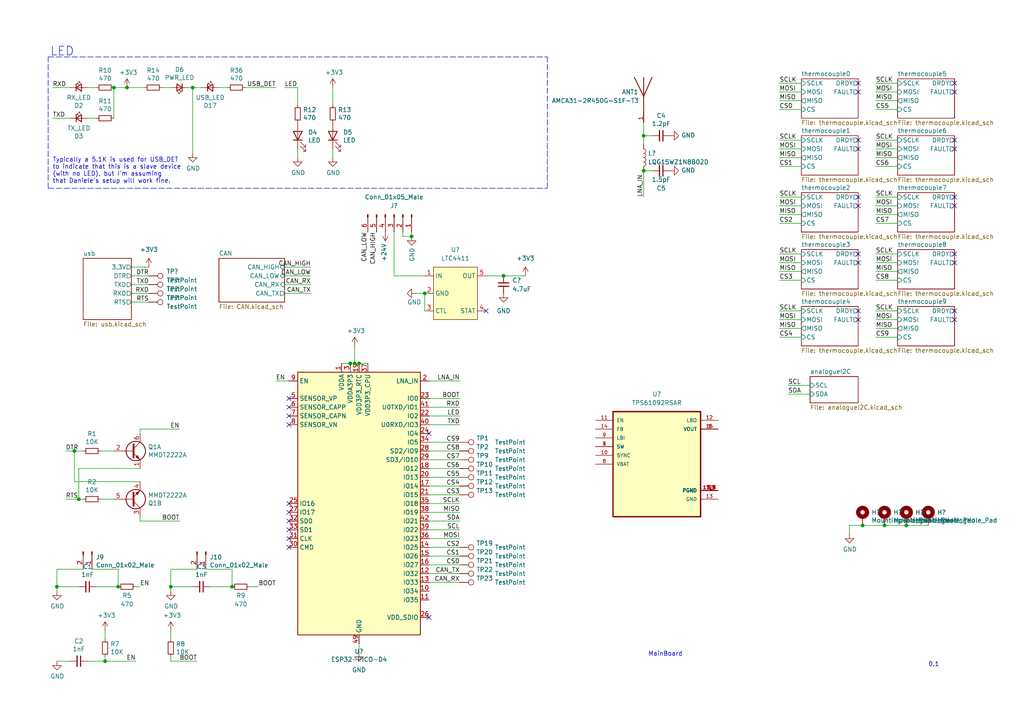
<source format=kicad_sch>
(kicad_sch (version 20211123) (generator eeschema)
  (paper "A4")
  (lib_symbols
    (symbol "AMCA31-2R450G-S1F-T3:AMCA31-2R450G-S1F-T3" (pin_names (offset 1.016) hide)
      (property "Reference" "ANT" (at 2.794 5.842 0))
      (property "Value" "AMCA31-2R450G-S1F-T3_AMCA31-2R450G-S1F-T3" (at 2.667 3.81 0))
      (symbol "AMCA31-2R450G-S1F-T3_0_0"
        (pin input line (at 0 -5.08 90) (length 2.54) (name "~") (number "1"))
      )
    )
    (symbol "Connector:Conn_01x02_Male" (pin_names (offset 1.016) hide)
      (property "Reference" "J" (at 0 2.54 0))
      (property "Value" "Conn_01x02_Male" (at 0 -5.08 0))
      (symbol "Conn_01x02_Male_1_1"
        (pin passive line (at 5.08 0 180) (length 3.81) (name "Pin_1") (number "1"))
        (pin passive line (at 5.08 -2.54 180) (length 3.81) (name "Pin_2") (number "2"))
      )
    )
    (symbol "Connector:Conn_01x06_Male" (pin_names (offset 1.016) hide)
      (property "Reference" "J" (at 0 7.62 0))
      (property "Value" "Conn_01x06_Male" (at 0 -10.16 0))
      (symbol "Conn_01x06_Male_1_1"
        (pin passive line (at 5.08 5.08 180) (length 3.81) (name "Pin_1") (number "1"))
        (pin passive line (at 5.08 2.54 180) (length 3.81) (name "Pin_2") (number "2"))
        (pin passive line (at 5.08 0 180) (length 3.81) (name "Pin_3") (number "3"))
        (pin passive line (at 5.08 -2.54 180) (length 3.81) (name "Pin_4") (number "4"))
        (pin passive line (at 5.08 -5.08 180) (length 3.81) (name "Pin_5") (number "5"))
        (pin passive line (at 5.08 -7.62 180) (length 3.81) (name "Pin_6") (number "6"))
      )
    )
    (symbol "Connector:TestPoint" (pin_numbers hide) (pin_names (offset 0.762) hide)
      (property "Reference" "TP" (at 0 6.858 0))
      (property "Value" "TestPoint" (at 0 5.08 0))
      (symbol "TestPoint_1_1"
        (pin passive line (at 0 0 90) (length 2.54) (name "1") (number "1"))
      )
    )
    (symbol "Device:C_Small" (pin_numbers hide) (pin_names (offset 0.254) hide)
      (property "Reference" "C" (at 0.254 1.778 0))
      (property "Value" "C_Small" (at 0.254 -2.032 0))
      (symbol "C_Small_1_1"
        (pin passive line (at 0 2.54 270) (length 2.032) (name "~") (number "1"))
        (pin passive line (at 0 -2.54 90) (length 2.032) (name "~") (number "2"))
      )
    )
    (symbol "Device:L" (pin_numbers hide) (pin_names (offset 1.016) hide)
      (property "Reference" "L" (at -1.27 0 90))
      (property "Value" "L" (at 1.905 0 90))
      (symbol "L_1_1"
        (pin passive line (at 0 3.81 270) (length 1.27) (name "1") (number "1"))
        (pin passive line (at 0 -3.81 90) (length 1.27) (name "2") (number "2"))
      )
    )
    (symbol "Device:LED" (pin_numbers hide) (pin_names (offset 1.016) hide)
      (property "Reference" "D" (at 0 2.54 0))
      (property "Value" "LED" (at 0 -2.54 0))
      (symbol "LED_1_1"
        (pin passive line (at -3.81 0 0) (length 2.54) (name "K") (number "1"))
        (pin passive line (at 3.81 0 180) (length 2.54) (name "A") (number "2"))
      )
    )
    (symbol "Device:LED_Small" (pin_numbers hide) (pin_names (offset 0.254) hide)
      (property "Reference" "D" (at -1.27 3.175 0))
      (property "Value" "LED_Small" (at -4.445 -2.54 0))
      (symbol "LED_Small_1_1"
        (pin passive line (at -2.54 0 0) (length 1.778) (name "K") (number "1"))
        (pin passive line (at 2.54 0 180) (length 1.778) (name "A") (number "2"))
      )
    )
    (symbol "Device:R_Small" (pin_numbers hide) (pin_names (offset 0.254) hide)
      (property "Reference" "R" (at 0.762 0.508 0))
      (property "Value" "R_Small" (at 0.762 -1.016 0))
      (symbol "R_Small_1_1"
        (pin passive line (at 0 2.54 270) (length 0.762) (name "~") (number "1"))
        (pin passive line (at 0 -2.54 90) (length 0.762) (name "~") (number "2"))
      )
    )
    (symbol "Mainboard-rescue:+3.3V-Mainboard-cache" (power) (pin_names (offset 0))
      (property "Value" "+3.3V-Mainboard-cache" (at 0 3.556 0))
      (symbol "+3.3V-Mainboard-cache_1_1"
        (pin power_in line (at 0 0 90) (length 0) hide (name "+3V3") (number "1"))
      )
    )
    (symbol "Mechanical:MountingHole_Pad" (pin_numbers hide) (pin_names (offset 1.016) hide)
      (property "Reference" "H" (at 0 6.35 0))
      (property "Value" "MountingHole_Pad" (at 0 4.445 0))
      (symbol "MountingHole_Pad_1_1"
        (pin input line (at 0 -2.54 90) (length 2.54) (name "1") (number "1"))
      )
    )
    (symbol "RF_Module:ESP32-PICO-D4"
      (property "Reference" "U" (at -17.78 39.37 0))
      (property "Value" "ESP32-PICO-D4" (at 3.81 39.37 0))
      (symbol "ESP32-PICO-D4_0_0"
        (pin power_in line (at -5.08 40.64 270) (length 2.54) (name "VDDA") (number "1"))
        (pin input line (at 20.32 -25.4 180) (length 2.54) (name "IO34") (number "10"))
        (pin input line (at 20.32 -27.94 180) (length 2.54) (name "IO35") (number "11"))
        (pin bidirectional line (at 20.32 -20.32 180) (length 2.54) (name "IO32") (number "12"))
        (pin bidirectional line (at 20.32 -22.86 180) (length 2.54) (name "IO33") (number "13"))
        (pin bidirectional line (at 20.32 -12.7 180) (length 2.54) (name "IO25") (number "14"))
        (pin bidirectional line (at 20.32 -15.24 180) (length 2.54) (name "IO26") (number "15"))
        (pin bidirectional line (at 20.32 -17.78 180) (length 2.54) (name "IO27") (number "16"))
        (pin bidirectional line (at 20.32 5.08 180) (length 2.54) (name "IO14") (number "17"))
        (pin bidirectional line (at 20.32 10.16 180) (length 2.54) (name "IO12") (number "18"))
        (pin power_in line (at 0 40.64 270) (length 2.54) (name "VDD3P3_RTC") (number "19"))
        (pin bidirectional line (at 20.32 35.56 180) (length 2.54) (name "LNA_IN") (number "2"))
        (pin bidirectional line (at 20.32 7.62 180) (length 2.54) (name "IO13") (number "20"))
        (pin bidirectional line (at 20.32 2.54 180) (length 2.54) (name "IO15") (number "21"))
        (pin bidirectional line (at 20.32 25.4 180) (length 2.54) (name "IO2") (number "22"))
        (pin bidirectional line (at 20.32 30.48 180) (length 2.54) (name "IO0") (number "23"))
        (pin bidirectional line (at 20.32 20.32 180) (length 2.54) (name "IO4") (number "24"))
        (pin bidirectional line (at -20.32 0 0) (length 2.54) (name "IO16") (number "25"))
        (pin power_out line (at 20.32 -33.02 180) (length 2.54) (name "VDD_SDIO") (number "26"))
        (pin bidirectional line (at -20.32 -2.54 0) (length 2.54) (name "IO17") (number "27"))
        (pin bidirectional line (at 20.32 15.24 180) (length 2.54) (name "SD2/IO9") (number "28"))
        (pin bidirectional line (at 20.32 12.7 180) (length 2.54) (name "SD3/IO10") (number "29"))
        (pin power_in line (at -2.54 40.64 270) (length 2.54) (name "VDDA3P3") (number "3"))
        (pin bidirectional line (at -20.32 -12.7 0) (length 2.54) (name "CMD") (number "30"))
        (pin bidirectional line (at -20.32 -10.16 0) (length 2.54) (name "CLK") (number "31"))
        (pin bidirectional line (at -20.32 -5.08 0) (length 2.54) (name "SD0") (number "32"))
        (pin bidirectional line (at -20.32 -7.62 0) (length 2.54) (name "SD1") (number "33"))
        (pin bidirectional line (at 20.32 17.78 180) (length 2.54) (name "IO5") (number "34"))
        (pin bidirectional line (at 20.32 0 180) (length 2.54) (name "IO18") (number "35"))
        (pin bidirectional line (at 20.32 -10.16 180) (length 2.54) (name "IO23") (number "36"))
        (pin power_in line (at 2.54 40.64 270) (length 2.54) (name "VDD3P3_CPU") (number "37"))
        (pin bidirectional line (at 20.32 -2.54 180) (length 2.54) (name "IO19") (number "38"))
        (pin bidirectional line (at 20.32 -7.62 180) (length 2.54) (name "IO22") (number "39"))
        (pin passive line (at -2.54 40.64 270) (length 2.54) hide (name "VDDA3P3") (number "4"))
        (pin bidirectional line (at 20.32 22.86 180) (length 2.54) (name "U0RXD/IO3") (number "40"))
        (pin bidirectional line (at 20.32 27.94 180) (length 2.54) (name "U0TXD/IO1") (number "41"))
        (pin bidirectional line (at 20.32 -5.08 180) (length 2.54) (name "IO21") (number "42"))
        (pin passive line (at -5.08 40.64 270) (length 2.54) hide (name "VDDA") (number "43"))
        (pin no_connect line (at -17.78 -25.4 0) (length 2.54) hide (name "XTAL_N_NC") (number "44"))
        (pin no_connect line (at -17.78 -27.94 0) (length 2.54) hide (name "XTAL_P_NC") (number "45"))
        (pin passive line (at -5.08 40.64 270) (length 2.54) hide (name "VDDA") (number "46"))
        (pin no_connect line (at -17.78 -30.48 0) (length 2.54) hide (name "CAP2_NC") (number "47"))
        (pin no_connect line (at -17.78 -33.02 0) (length 2.54) hide (name "CAP1_NC") (number "48"))
        (pin power_in line (at 0 -40.64 90) (length 2.54) (name "GND") (number "49"))
        (pin input line (at -20.32 30.48 0) (length 2.54) (name "SENSOR_VP") (number "5"))
        (pin input line (at -20.32 27.94 0) (length 2.54) (name "SENSOR_CAPP") (number "6"))
        (pin input line (at -20.32 25.4 0) (length 2.54) (name "SENSOR_CAPN") (number "7"))
        (pin input line (at -20.32 22.86 0) (length 2.54) (name "SENSOR_VN") (number "8"))
        (pin input line (at -20.32 35.56 0) (length 2.54) (name "EN") (number "9"))
      )
    )
    (symbol "Transistor_BJT:MMDT2222A" (pin_names (offset 0) hide)
      (property "Reference" "Q" (at 5.08 1.27 0))
      (property "Value" "MMDT2222A" (at 5.08 -1.27 0))
      (symbol "MMDT2222A_1_1"
        (pin passive line (at 2.54 -5.08 90) (length 2.54) (name "E1") (number "1"))
        (pin input line (at -5.08 0 0) (length 2.54) (name "B1") (number "2"))
        (pin passive line (at 2.54 5.08 270) (length 2.54) (name "C1") (number "6"))
      )
      (symbol "MMDT2222A_2_1"
        (pin passive line (at 2.54 5.08 270) (length 2.54) (name "C2") (number "3"))
        (pin passive line (at 2.54 -5.08 90) (length 2.54) (name "E2") (number "4"))
        (pin input line (at -5.08 0 0) (length 2.54) (name "B2") (number "5"))
      )
    )
    (symbol "analogue-cache:+3.3V" (power) (pin_names (offset 0))
      (property "Value" "+3.3V" (at 0 3.556 0))
      (symbol "+3.3V_1_1"
        (pin power_in line (at 0 0 90) (length 0) hide (name "+3V3") (number "1"))
      )
    )
    (symbol "iclr:LTC4411"
      (property "Reference" "U" (at 0 1.27 0))
      (property "Value" "LTC4411" (at 0 -1.27 0))
      (symbol "LTC4411_1_1"
        (pin power_in line (at -8.89 -5.08 0) (length 2.54) (name "IN") (number "1"))
        (pin output line (at -8.89 -10.16 0) (length 2.54) (name "GND") (number "2"))
        (pin input line (at -8.89 -15.24 0) (length 2.54) (name "CTL") (number "3"))
        (pin input line (at 8.89 -15.24 180) (length 2.54) (name "STAT") (number "4"))
        (pin power_out line (at 8.89 -5.08 180) (length 2.54) (name "OUT") (number "5"))
      )
    )
    (symbol "iclr:TPS61092RSAR" (pin_names (offset 1.016))
      (property "Reference" "U" (at -12.7 16.2306 0))
      (property "Value" "TPS61092RSAR" (at -12.7 -19.2278 0))
      (symbol "TPS61092RSAR_0_0"
        (pin output line (at 17.78 10.16 180) (length 5.08) (name "VOUT") (number "1"))
        (pin input line (at -17.78 2.54 0) (length 5.08) (name "SYNC") (number "10"))
        (pin input line (at -17.78 12.7 0) (length 5.08) (name "EN") (number "11"))
        (pin output line (at 17.78 12.7 180) (length 5.08) (name "LBO") (number "12"))
        (pin power_in line (at 17.78 -10.16 180) (length 5.08) (name "GND") (number "13"))
        (pin input line (at -17.78 10.16 0) (length 5.08) (name "FB") (number "14"))
        (pin output line (at 17.78 10.16 180) (length 5.08) (name "VOUT") (number "15"))
        (pin output line (at 17.78 10.16 180) (length 5.08) (name "VOUT") (number "16"))
        (pin power_in line (at 17.78 -7.62 180) (length 5.08) (name "PGND") (number "17"))
        (pin power_in line (at 17.78 -7.62 180) (length 5.08) (name "PGND") (number "17_1"))
        (pin power_in line (at 17.78 -7.62 180) (length 5.08) (name "PGND") (number "17_2"))
        (pin power_in line (at 17.78 -7.62 180) (length 5.08) (name "PGND") (number "17_3"))
        (pin power_in line (at 17.78 -7.62 180) (length 5.08) (name "PGND") (number "17_4"))
        (pin power_in line (at 17.78 -7.62 180) (length 5.08) (name "PGND") (number "17_5"))
        (pin power_in line (at 17.78 -7.62 180) (length 5.08) (name "PGND") (number "17_6"))
        (pin power_in line (at 17.78 -7.62 180) (length 5.08) (name "PGND") (number "17_7"))
        (pin power_in line (at 17.78 -7.62 180) (length 5.08) (name "PGND") (number "17_8"))
        (pin power_in line (at 17.78 -7.62 180) (length 5.08) (name "PGND") (number "17_9"))
        (pin input line (at -17.78 5.08 0) (length 5.08) (name "SW") (number "3"))
        (pin input line (at -17.78 5.08 0) (length 5.08) (name "SW") (number "4"))
        (pin power_in line (at 17.78 -7.62 180) (length 5.08) (name "PGND") (number "5"))
        (pin power_in line (at 17.78 -7.62 180) (length 5.08) (name "PGND") (number "6"))
        (pin power_in line (at 17.78 -7.62 180) (length 5.08) (name "PGND") (number "7"))
        (pin input line (at -17.78 0 0) (length 5.08) (name "VBAT") (number "8"))
        (pin input line (at -17.78 7.62 0) (length 5.08) (name "LBI") (number "9"))
      )
    )
    (symbol "power:+24V" (power) (pin_names (offset 0))
      (property "Value" "+24V" (at 0 3.556 0))
      (symbol "+24V_1_1"
        (pin power_in line (at 0 0 90) (length 0) hide (name "+24V") (number "1"))
      )
    )
    (symbol "power:+3.3V" (power) (pin_names (offset 0))
      (property "Value" "+3.3V" (at 0 3.556 0))
      (symbol "+3.3V_1_1"
        (pin power_in line (at 0 0 90) (length 0) hide (name "+3V3") (number "1"))
      )
    )
    (symbol "power:GND" (power) (pin_names (offset 0))
      (property "Value" "GND" (at 0 -3.81 0))
      (symbol "GND_1_1"
        (pin power_in line (at 0 0 270) (length 0) hide (name "GND") (number "1"))
      )
    )
  )
  (junction (at 146.05 80.01))
  (junction (at 22.86 144.78))
  (junction (at 250.19 152.4))
  (junction (at 102.87 105.41))
  (junction (at 30.48 191.77))
  (junction (at 33.02 25.4))
  (junction (at 67.31 170.18))
  (junction (at 119.38 68.58))
  (junction (at 123.19 85.09))
  (junction (at 186.69 39.37))
  (junction (at 101.6 105.41))
  (junction (at 104.14 105.41))
  (junction (at 55.88 25.4))
  (junction (at 36.83 25.4))
  (junction (at 186.69 49.53))
  (junction (at 16.51 170.18))
  (junction (at 21.59 130.81))
  (junction (at 262.89 152.4))
  (junction (at 49.53 170.18))
  (junction (at 34.29 170.18))
  (junction (at 256.54 152.4))
  (no_connect (at 248.92 26.67))
  (no_connect (at 248.92 92.71))
  (no_connect (at 276.86 76.2))
  (no_connect (at 248.92 59.69))
  (no_connect (at 276.86 26.67))
  (no_connect (at 248.92 43.18))
  (no_connect (at 276.86 90.17))
  (no_connect (at 83.82 158.75))
  (no_connect (at 248.92 73.66))
  (no_connect (at 140.97 90.17))
  (no_connect (at 276.86 24.13))
  (no_connect (at 248.92 90.17))
  (no_connect (at 124.46 179.07))
  (no_connect (at 83.82 151.13))
  (no_connect (at 83.82 148.59))
  (no_connect (at 276.86 59.69))
  (no_connect (at 83.82 120.65))
  (no_connect (at 83.82 123.19))
  (no_connect (at 83.82 118.11))
  (no_connect (at 83.82 115.57))
  (no_connect (at 276.86 40.64))
  (no_connect (at 83.82 156.21))
  (no_connect (at 248.92 24.13))
  (no_connect (at 248.92 76.2))
  (no_connect (at 248.92 57.15))
  (no_connect (at 83.82 146.05))
  (no_connect (at 248.92 40.64))
  (no_connect (at 276.86 92.71))
  (no_connect (at 276.86 73.66))
  (no_connect (at 276.86 43.18))
  (no_connect (at 124.46 125.73))
  (no_connect (at 276.86 57.15))
  (no_connect (at 83.82 153.67))
  (wire (pts (xy 254 76.2) (xy 260.35 76.2)))
  (wire (pts (xy 101.6 105.41) (xy 102.87 105.41)))
  (wire (pts (xy 232.41 62.23) (xy 226.06 62.23)))
  (wire (pts (xy 99.06 105.41) (xy 101.6 105.41)))
  (wire (pts (xy 123.19 85.09) (xy 123.19 90.17)))
  (wire (pts (xy 21.59 139.7) (xy 40.64 139.7)))
  (wire (pts (xy 246.38 152.4) (xy 246.38 154.94)))
  (polyline (pts (xy 13.97 54.61) (xy 13.97 16.51)))
  (wire (pts (xy 254 26.67) (xy 260.35 26.67)))
  (wire (pts (xy 260.35 95.25) (xy 254 95.25)))
  (wire (pts (xy 116.84 67.31) (xy 116.84 68.58)))
  (wire (pts (xy 49.53 182.88) (xy 49.53 185.42)))
  (wire (pts (xy 254 81.28) (xy 260.35 81.28)))
  (wire (pts (xy 124.46 140.97) (xy 133.35 140.97)))
  (wire (pts (xy 226.06 31.75) (xy 232.41 31.75)))
  (wire (pts (xy 16.51 191.77) (xy 20.32 191.77)))
  (wire (pts (xy 254 31.75) (xy 260.35 31.75)))
  (wire (pts (xy 189.23 39.37) (xy 186.69 39.37)))
  (wire (pts (xy 232.41 29.21) (xy 226.06 29.21)))
  (wire (pts (xy 186.69 57.15) (xy 186.69 49.53)))
  (wire (pts (xy 133.35 128.27) (xy 124.46 128.27)))
  (wire (pts (xy 254 57.15) (xy 260.35 57.15)))
  (wire (pts (xy 133.35 120.65) (xy 124.46 120.65)))
  (wire (pts (xy 16.51 170.18) (xy 16.51 171.45)))
  (wire (pts (xy 232.41 95.25) (xy 226.06 95.25)))
  (wire (pts (xy 254 64.77) (xy 260.35 64.77)))
  (wire (pts (xy 133.35 163.83) (xy 124.46 163.83)))
  (wire (pts (xy 254 73.66) (xy 260.35 73.66)))
  (wire (pts (xy 38.1 82.55) (xy 43.18 82.55)))
  (wire (pts (xy 96.52 25.4) (xy 96.52 30.48)))
  (wire (pts (xy 16.51 165.1) (xy 16.51 170.18)))
  (wire (pts (xy 82.55 85.09) (xy 90.17 85.09)))
  (wire (pts (xy 226.06 48.26) (xy 232.41 48.26)))
  (wire (pts (xy 186.69 35.56) (xy 186.69 39.37)))
  (wire (pts (xy 124.46 148.59) (xy 133.35 148.59)))
  (wire (pts (xy 38.1 80.01) (xy 43.18 80.01)))
  (wire (pts (xy 114.3 80.01) (xy 123.19 80.01)))
  (wire (pts (xy 102.87 105.41) (xy 104.14 105.41)))
  (wire (pts (xy 58.42 25.4) (xy 55.88 25.4)))
  (wire (pts (xy 21.59 130.81) (xy 21.59 139.7)))
  (wire (pts (xy 80.01 25.4) (xy 71.12 25.4)))
  (wire (pts (xy 124.46 130.81) (xy 133.35 130.81)))
  (wire (pts (xy 260.35 45.72) (xy 254 45.72)))
  (wire (pts (xy 133.35 146.05) (xy 124.46 146.05)))
  (wire (pts (xy 120.65 85.09) (xy 123.19 85.09)))
  (wire (pts (xy 49.53 165.1) (xy 49.53 170.18)))
  (wire (pts (xy 124.46 156.21) (xy 133.35 156.21)))
  (wire (pts (xy 254 90.17) (xy 260.35 90.17)))
  (wire (pts (xy 22.86 170.18) (xy 16.51 170.18)))
  (wire (pts (xy 82.55 80.01) (xy 90.17 80.01)))
  (wire (pts (xy 254 48.26) (xy 260.35 48.26)))
  (wire (pts (xy 24.13 130.81) (xy 21.59 130.81)))
  (wire (pts (xy 104.14 186.69) (xy 104.14 189.23)))
  (wire (pts (xy 15.24 34.29) (xy 20.32 34.29)))
  (wire (pts (xy 55.88 25.4) (xy 55.88 44.45)))
  (wire (pts (xy 186.69 39.37) (xy 186.69 41.91)))
  (wire (pts (xy 254 59.69) (xy 260.35 59.69)))
  (wire (pts (xy 55.88 25.4) (xy 54.61 25.4)))
  (polyline (pts (xy 13.97 54.61) (xy 158.75 54.61)))
  (wire (pts (xy 25.4 34.29) (xy 27.94 34.29)))
  (wire (pts (xy 254 97.79) (xy 260.35 97.79)))
  (wire (pts (xy 38.1 85.09) (xy 43.18 85.09)))
  (wire (pts (xy 82.55 25.4) (xy 86.36 25.4)))
  (wire (pts (xy 16.51 165.1) (xy 24.13 165.1)))
  (wire (pts (xy 80.01 110.49) (xy 83.82 110.49)))
  (wire (pts (xy 86.36 25.4) (xy 86.36 30.48)))
  (wire (pts (xy 33.02 25.4) (xy 36.83 25.4)))
  (wire (pts (xy 38.1 77.47) (xy 43.18 77.47)))
  (wire (pts (xy 226.06 43.18) (xy 232.41 43.18)))
  (wire (pts (xy 96.52 45.72) (xy 96.52 43.18)))
  (wire (pts (xy 226.06 73.66) (xy 232.41 73.66)))
  (wire (pts (xy 24.13 144.78) (xy 22.86 144.78)))
  (wire (pts (xy 86.36 45.72) (xy 86.36 43.18)))
  (wire (pts (xy 226.06 40.64) (xy 232.41 40.64)))
  (wire (pts (xy 22.86 144.78) (xy 22.86 135.89)))
  (wire (pts (xy 140.97 80.01) (xy 146.05 80.01)))
  (wire (pts (xy 226.06 81.28) (xy 232.41 81.28)))
  (wire (pts (xy 133.35 133.35) (xy 124.46 133.35)))
  (wire (pts (xy 46.99 25.4) (xy 49.53 25.4)))
  (wire (pts (xy 124.46 110.49) (xy 133.35 110.49)))
  (wire (pts (xy 34.29 170.18) (xy 34.29 165.1)))
  (wire (pts (xy 40.64 170.18) (xy 39.37 170.18)))
  (wire (pts (xy 38.1 87.63) (xy 43.18 87.63)))
  (wire (pts (xy 124.46 158.75) (xy 133.35 158.75)))
  (polyline (pts (xy 13.97 16.51) (xy 158.75 16.51)))
  (wire (pts (xy 226.06 59.69) (xy 232.41 59.69)))
  (wire (pts (xy 260.35 29.21) (xy 254 29.21)))
  (wire (pts (xy 262.89 152.4) (xy 269.24 152.4)))
  (wire (pts (xy 124.46 166.37) (xy 133.35 166.37)))
  (polyline (pts (xy 158.75 54.61) (xy 158.75 16.51)))
  (wire (pts (xy 226.06 64.77) (xy 232.41 64.77)))
  (wire (pts (xy 60.96 170.18) (xy 67.31 170.18)))
  (wire (pts (xy 119.38 67.31) (xy 119.38 68.58)))
  (wire (pts (xy 55.88 170.18) (xy 49.53 170.18)))
  (wire (pts (xy 49.53 191.77) (xy 49.53 190.5)))
  (wire (pts (xy 15.24 25.4) (xy 20.32 25.4)))
  (wire (pts (xy 260.35 62.23) (xy 254 62.23)))
  (wire (pts (xy 124.46 115.57) (xy 133.35 115.57)))
  (wire (pts (xy 254 40.64) (xy 260.35 40.64)))
  (wire (pts (xy 124.46 123.19) (xy 133.35 123.19)))
  (wire (pts (xy 29.21 144.78) (xy 33.02 144.78)))
  (wire (pts (xy 124.46 161.29) (xy 133.35 161.29)))
  (wire (pts (xy 250.19 152.4) (xy 256.54 152.4)))
  (wire (pts (xy 254 43.18) (xy 260.35 43.18)))
  (wire (pts (xy 30.48 191.77) (xy 39.37 191.77)))
  (wire (pts (xy 226.06 24.13) (xy 232.41 24.13)))
  (wire (pts (xy 57.15 191.77) (xy 49.53 191.77)))
  (wire (pts (xy 116.84 68.58) (xy 119.38 68.58)))
  (wire (pts (xy 27.94 170.18) (xy 34.29 170.18)))
  (wire (pts (xy 228.6 111.76) (xy 234.95 111.76)))
  (wire (pts (xy 226.06 76.2) (xy 232.41 76.2)))
  (wire (pts (xy 25.4 191.77) (xy 30.48 191.77)))
  (wire (pts (xy 59.69 165.1) (xy 67.31 165.1)))
  (wire (pts (xy 228.6 114.3) (xy 234.95 114.3)))
  (wire (pts (xy 49.53 165.1) (xy 57.15 165.1)))
  (wire (pts (xy 254 24.13) (xy 260.35 24.13)))
  (wire (pts (xy 21.59 130.81) (xy 19.05 130.81)))
  (wire (pts (xy 30.48 182.88) (xy 30.48 185.42)))
  (wire (pts (xy 226.06 97.79) (xy 232.41 97.79)))
  (wire (pts (xy 226.06 90.17) (xy 232.41 90.17)))
  (wire (pts (xy 33.02 130.81) (xy 29.21 130.81)))
  (wire (pts (xy 226.06 57.15) (xy 232.41 57.15)))
  (wire (pts (xy 25.4 25.4) (xy 27.94 25.4)))
  (wire (pts (xy 133.35 153.67) (xy 124.46 153.67)))
  (wire (pts (xy 226.06 92.71) (xy 232.41 92.71)))
  (wire (pts (xy 254 92.71) (xy 260.35 92.71)))
  (wire (pts (xy 22.86 144.78) (xy 19.05 144.78)))
  (wire (pts (xy 30.48 191.77) (xy 30.48 190.5)))
  (wire (pts (xy 114.3 67.31) (xy 114.3 80.01)))
  (wire (pts (xy 260.35 78.74) (xy 254 78.74)))
  (wire (pts (xy 124.46 151.13) (xy 133.35 151.13)))
  (wire (pts (xy 232.41 45.72) (xy 226.06 45.72)))
  (wire (pts (xy 40.64 149.86) (xy 40.64 151.13)))
  (wire (pts (xy 146.05 80.01) (xy 152.4 80.01)))
  (wire (pts (xy 33.02 25.4) (xy 33.02 34.29)))
  (wire (pts (xy 133.35 143.51) (xy 124.46 143.51)))
  (wire (pts (xy 124.46 118.11) (xy 133.35 118.11)))
  (wire (pts (xy 256.54 152.4) (xy 262.89 152.4)))
  (wire (pts (xy 250.19 152.4) (xy 246.38 152.4)))
  (wire (pts (xy 104.14 105.41) (xy 106.68 105.41)))
  (wire (pts (xy 82.55 77.47) (xy 90.17 77.47)))
  (wire (pts (xy 26.67 165.1) (xy 34.29 165.1)))
  (wire (pts (xy 102.87 100.33) (xy 102.87 105.41)))
  (wire (pts (xy 124.46 168.91) (xy 133.35 168.91)))
  (wire (pts (xy 124.46 135.89) (xy 133.35 135.89)))
  (wire (pts (xy 186.69 49.53) (xy 189.23 49.53)))
  (wire (pts (xy 40.64 125.73) (xy 40.64 124.46)))
  (wire (pts (xy 40.64 151.13) (xy 52.07 151.13)))
  (wire (pts (xy 22.86 135.89) (xy 40.64 135.89)))
  (wire (pts (xy 36.83 25.4) (xy 41.91 25.4)))
  (wire (pts (xy 74.93 170.18) (xy 72.39 170.18)))
  (wire (pts (xy 63.5 25.4) (xy 66.04 25.4)))
  (wire (pts (xy 133.35 138.43) (xy 124.46 138.43)))
  (wire (pts (xy 40.64 124.46) (xy 52.07 124.46)))
  (wire (pts (xy 67.31 170.18) (xy 67.31 165.1)))
  (wire (pts (xy 82.55 82.55) (xy 90.17 82.55)))
  (wire (pts (xy 232.41 78.74) (xy 226.06 78.74)))
  (wire (pts (xy 226.06 26.67) (xy 232.41 26.67)))
  (wire (pts (xy 49.53 170.18) (xy 49.53 171.45)))
  (text "LED" (at 21.59 16.51 180) (effects (font (size 2.54 2.54)) (justify right bottom)))
  (text "MainBoard\n" (at 187.96 190.5 0) (effects (font (size 1.27 1.27)) (justify left bottom)))
  (text "0.1\n\n" (at 269.24 195.58 0) (effects (font (size 1.27 1.27)) (justify left bottom)))
  (text "Typically a 5.1K is used for USB_DET\nto indicate that this is a slave device\n(with no LED), but I'm assuming \nthat Daniele's setup will work fine." (at 15.24 53.34 0) (effects (font (size 1.27 1.27)) (justify left bottom)))
  (label "SCLK" (at 133.35 146.05 180))
  (label "BOOT" (at 133.35 115.57 180))
  (label "CS4" (at 226.06 97.79 0))
  (label "DTR" (at 43.18 80.01 180))
  (label "EN" (at 80.01 110.49 0))
  (label "CAN_TX" (at 133.35 166.37 180))
  (label "MOSI" (at 254 92.71 0))
  (label "MISO" (at 226.06 95.25 0))
  (label "CS6" (at 133.35 135.89 180))
  (label "MISO" (at 226.06 62.23 0))
  (label "SCLK" (at 226.06 73.66 0))
  (label "CS0" (at 226.06 31.75 0))
  (label "CS5" (at 254 31.75 0))
  (label "CS9" (at 254 97.79 0))
  (label "MISO" (at 254 95.25 0))
  (label "CAN_RX" (at 90.17 82.55 180))
  (label "MOSI" (at 254 59.69 0))
  (label "MOSI" (at 254 76.2 0))
  (label "CS1" (at 226.06 48.26 0))
  (label "EN" (at 39.37 191.77 180))
  (label "CS2" (at 133.35 158.75 180))
  (label "CAN_LOW" (at 106.68 67.31 270))
  (label "CS4" (at 133.35 140.97 180))
  (label "MISO" (at 254 78.74 0))
  (label "BOOT" (at 57.15 191.77 180))
  (label "MOSI" (at 133.35 156.21 180))
  (label "DTR" (at 19.05 130.81 0))
  (label "BOOT" (at 52.07 151.13 180))
  (label "MOSI" (at 254 43.18 0))
  (label "RTS" (at 43.18 87.63 180))
  (label "CS7" (at 254 64.77 0))
  (label "SCLK" (at 254 57.15 0))
  (label "CAN_RX" (at 133.35 168.91 180))
  (label "MOSI" (at 226.06 76.2 0))
  (label "MISO" (at 226.06 45.72 0))
  (label "MOSI" (at 254 26.67 0))
  (label "MISO" (at 254 45.72 0))
  (label "EN" (at 52.07 124.46 180))
  (label "TXD" (at 15.24 34.29 0))
  (label "TXD" (at 133.35 123.19 180))
  (label "CAN_HIGH" (at 109.22 67.31 270))
  (label "CS1" (at 133.35 161.29 180))
  (label "RXD" (at 133.35 118.11 180))
  (label "TXD" (at 43.18 82.55 180))
  (label "MOSI" (at 226.06 26.67 0))
  (label "MOSI" (at 226.06 59.69 0))
  (label "MOSI" (at 226.06 92.71 0))
  (label "MISO" (at 226.06 78.74 0))
  (label "CAN_HIGH" (at 90.17 77.47 180))
  (label "C55" (at 133.35 138.43 180))
  (label "CAN_TX" (at 90.17 85.09 180))
  (label "BOOT" (at 74.93 170.18 0))
  (label "SCLK" (at 254 24.13 0))
  (label "CS0" (at 133.35 163.83 180))
  (label "USB_DET" (at 80.01 25.4 180))
  (label "SCLK" (at 254 73.66 0))
  (label "SCLK" (at 254 40.64 0))
  (label "MISO" (at 226.06 29.21 0))
  (label "CAN_LOW" (at 90.17 80.01 180))
  (label "RXD" (at 43.18 85.09 180))
  (label "SCL" (at 133.35 153.67 180))
  (label "SCLK" (at 226.06 57.15 0))
  (label "SDA" (at 133.35 151.13 180))
  (label "CS3" (at 226.06 81.28 0))
  (label "CS2" (at 226.06 64.77 0))
  (label "MISO" (at 133.35 148.59 180))
  (label "LED" (at 133.35 120.65 180))
  (label "EN" (at 40.64 170.18 0))
  (label "SCLK" (at 226.06 24.13 0))
  (label "SCLK" (at 226.06 90.17 0))
  (label "CS3" (at 133.35 143.51 180))
  (label "CS8" (at 254 81.28 0))
  (label "SDA" (at 228.6 114.3 0))
  (label "MOSI" (at 226.06 43.18 0))
  (label "RXD" (at 15.24 25.4 0))
  (label "SCLK" (at 226.06 40.64 0))
  (label "RTS" (at 19.05 144.78 0))
  (label "MISO" (at 254 62.23 0))
  (label "SCL" (at 228.6 111.76 0))
  (label "CS6" (at 254 48.26 0))
  (label "CS9" (at 133.35 128.27 180))
  (label "LNA_IN" (at 133.35 110.49 180))
  (label "LNA_IN" (at 186.69 57.15 90))
  (label "LED" (at 82.55 25.4 0))
  (label "CS7" (at 133.35 133.35 180))
  (label "MISO" (at 254 29.21 0))
  (label "CS8" (at 133.35 130.81 180))
  (label "SCLK" (at 254 90.17 0))
  (symbol (lib_id "power:+3.3V") (at 102.87 100.33 0) (unit 1)
    (property "Reference" "#PWR020" (effects hide))
    (property "Value" "+3.3V" (at 103.251 95.9358 0))
  )
  (symbol (lib_id "power:+3.3V") (at 30.48 182.88 0) (unit 1)
    (property "Reference" "#PWR06" (effects hide))
    (property "Value" "+3.3V" (at 30.861 178.4858 0))
  )
  (symbol (lib_id "Device:R_Small") (at 30.48 187.96 0) (unit 1)
    (property "Reference" "R7" (at 31.9786 186.7916 0) (effects (justify left)))
    (property "Value" "10K" (at 31.9786 189.103 0) (effects (justify left)))
    (property "Footprint" "Resistor_SMD:R_0603_1608Metric" (effects hide))
  )
  (symbol (lib_id "Device:C_Small") (at 22.86 191.77 270) (unit 1)
    (property "Reference" "C2" (at 22.86 185.9534 90))
    (property "Value" "1nF" (at 22.86 188.2648 90))
    (property "Footprint" "Capacitor_SMD:C_0603_1608Metric" (effects hide))
  )
  (symbol (lib_id "power:GND") (at 16.51 191.77 0) (unit 1)
    (property "Reference" "#PWR03" (effects hide))
    (property "Value" "GND" (at 16.637 196.1642 0))
  )
  (symbol (lib_id "power:+3.3V") (at 49.53 182.88 0) (unit 1)
    (property "Reference" "#PWR09" (effects hide))
    (property "Value" "+3.3V" (at 49.911 178.4858 0))
  )
  (symbol (lib_id "Device:R_Small") (at 49.53 187.96 0) (unit 1)
    (property "Reference" "R8" (at 51.0286 186.7916 0) (effects (justify left)))
    (property "Value" "10K" (at 51.0286 189.103 0) (effects (justify left)))
    (property "Footprint" "Resistor_SMD:R_0603_1608Metric" (effects hide))
  )
  (symbol (lib_id "power:GND") (at 49.53 171.45 0) (unit 1)
    (property "Reference" "#PWR07" (effects hide))
    (property "Value" "GND" (at 49.657 175.8442 0))
  )
  (symbol (lib_id "Device:C_Small") (at 58.42 170.18 270) (unit 1)
    (property "Reference" "C3" (at 58.42 164.3634 90))
    (property "Value" "1nF" (at 58.42 166.6748 90))
    (property "Footprint" "Capacitor_SMD:C_0603_1608Metric" (effects hide))
  )
  (symbol (lib_id "Device:R_Small") (at 69.85 170.18 270) (unit 1)
    (property "Reference" "R9" (at 69.85 172.72 90))
    (property "Value" "470" (at 69.85 175.26 90))
    (property "Footprint" "Resistor_SMD:R_0603_1608Metric" (effects hide))
  )
  (symbol (lib_id "power:GND") (at 16.51 171.45 0) (unit 1)
    (property "Reference" "#PWR02" (effects hide))
    (property "Value" "GND" (at 16.637 175.8442 0))
  )
  (symbol (lib_id "Device:C_Small") (at 25.4 170.18 270) (unit 1)
    (property "Reference" "C1" (at 25.4 164.3634 90))
    (property "Value" "1nF" (at 25.4 166.6748 90))
    (property "Footprint" "Capacitor_SMD:C_0603_1608Metric" (effects hide))
  )
  (symbol (lib_id "Device:R_Small") (at 36.83 170.18 270) (unit 1)
    (property "Reference" "R5" (at 36.83 172.72 90))
    (property "Value" "470" (at 36.83 175.26 90))
    (property "Footprint" "Resistor_SMD:R_0603_1608Metric" (effects hide))
  )
  (symbol (lib_id "Device:LED_Small") (at 22.86 34.29 0) (unit 1)
    (property "Reference" "D3" (at 22.86 39.497 0))
    (property "Value" "TX_LED" (at 22.86 37.1856 0))
    (property "Footprint" "LED_SMD:LED_0603_1608Metric_Castellated" (effects hide))
  )
  (symbol (lib_id "Device:LED_Small") (at 22.86 25.4 0) (unit 1)
    (property "Reference" "D2" (at 22.86 30.607 0))
    (property "Value" "RX_LED" (at 22.86 28.2956 0))
    (property "Footprint" "LED_SMD:LED_0603_1608Metric_Castellated" (effects hide))
  )
  (symbol (lib_id "Device:R_Small") (at 30.48 25.4 270) (unit 1)
    (property "Reference" "R10" (at 30.48 20.4216 90))
    (property "Value" "470" (at 30.48 22.733 90))
    (property "Footprint" "Resistor_SMD:R_0603_1608Metric" (effects hide))
  )
  (symbol (lib_id "Device:R_Small") (at 30.48 34.29 270) (unit 1)
    (property "Reference" "R11" (at 30.48 29.3116 90))
    (property "Value" "470" (at 30.48 31.623 90))
    (property "Footprint" "Resistor_SMD:R_0603_1608Metric" (effects hide))
  )
  (symbol (lib_id "power:GND") (at 55.88 44.45 0) (unit 1)
    (property "Reference" "#PWR012" (effects hide))
    (property "Value" "GND" (at 56.007 48.8442 0))
  )
  (symbol (lib_id "Device:R_Small") (at 26.67 130.81 270) (unit 1)
    (property "Reference" "R1" (at 26.67 125.8316 90))
    (property "Value" "10K" (at 26.67 128.143 90))
    (property "Footprint" "Resistor_SMD:R_0603_1608Metric" (effects hide))
  )
  (symbol (lib_id "Device:R_Small") (at 26.67 144.78 270) (unit 1)
    (property "Reference" "R2" (at 26.67 139.8016 90))
    (property "Value" "10K" (at 26.67 142.113 90))
    (property "Footprint" "Resistor_SMD:R_0603_1608Metric" (effects hide))
  )
  (symbol (lib_id "power:+3.3V") (at 36.83 25.4 0) (unit 1)
    (property "Reference" "#PWR011" (effects hide))
    (property "Value" "+3.3V" (at 37.211 21.0058 0))
  )
  (symbol (lib_id "Device:LED_Small") (at 52.07 25.4 180) (unit 1)
    (property "Reference" "D6" (at 52.07 20.193 0))
    (property "Value" "PWR_LED" (at 52.07 22.5044 0))
    (property "Footprint" "LED_SMD:LED_0603_1608Metric_Castellated" (effects hide))
  )
  (symbol (lib_id "Device:R_Small") (at 44.45 25.4 270) (unit 1)
    (property "Reference" "R14" (at 44.45 20.4216 90))
    (property "Value" "470" (at 44.45 22.733 90))
    (property "Footprint" "Resistor_SMD:R_0603_1608Metric" (effects hide))
  )
  (symbol (lib_id "Connector:TestPoint") (at 133.35 158.75 270) (unit 1)
    (property "Reference" "TP19" (at 138.1252 157.5816 90) (effects (justify left)))
    (property "Value" "TestPoint" (at 143.51 158.75 90) (effects (justify left)))
    (property "Footprint" "TestPoint:TestPoint_Pad_D1.0mm" (effects hide))
  )
  (symbol (lib_id "Connector:TestPoint") (at 133.35 168.91 270) (unit 1)
    (property "Reference" "TP23" (at 138.1252 167.7416 90) (effects (justify left)))
    (property "Value" "TestPoint" (at 143.51 168.91 90) (effects (justify left)))
    (property "Footprint" "TestPoint:TestPoint_Pad_D1.0mm" (effects hide))
  )
  (symbol (lib_id "Connector:TestPoint") (at 133.35 166.37 270) (unit 1)
    (property "Reference" "TP22" (at 138.1252 165.2016 90) (effects (justify left)))
    (property "Value" "TestPoint" (at 143.51 166.37 90) (effects (justify left)))
    (property "Footprint" "TestPoint:TestPoint_Pad_D1.0mm" (effects hide))
  )
  (symbol (lib_id "Connector:TestPoint") (at 133.35 161.29 270) (unit 1)
    (property "Reference" "TP20" (at 138.1252 160.1216 90) (effects (justify left)))
    (property "Value" "TestPoint" (at 143.51 161.29 90) (effects (justify left)))
    (property "Footprint" "TestPoint:TestPoint_Pad_D1.0mm" (effects hide))
  )
  (symbol (lib_id "Connector:TestPoint") (at 133.35 163.83 270) (unit 1)
    (property "Reference" "TP21" (at 138.1252 162.6616 90) (effects (justify left)))
    (property "Value" "TestPoint" (at 143.51 163.83 90) (effects (justify left)))
    (property "Footprint" "TestPoint:TestPoint_Pad_D1.0mm" (effects hide))
  )
  (symbol (lib_id "Device:LED_Small") (at 60.96 25.4 0) (unit 1)
    (property "Reference" "D17" (at 60.96 30.607 0))
    (property "Value" "USB_LED" (at 60.96 28.2956 0))
    (property "Footprint" "LED_SMD:LED_0603_1608Metric_Castellated" (effects hide))
  )
  (symbol (lib_id "Device:R_Small") (at 68.58 25.4 270) (unit 1)
    (property "Reference" "R36" (at 68.58 20.4216 90))
    (property "Value" "470" (at 68.58 22.733 90))
    (property "Footprint" "Resistor_SMD:R_0603_1608Metric" (effects hide))
  )
  (symbol (lib_id "Connector:Conn_01x02_Male") (at 26.67 160.02 270) (unit 1)
    (property "Reference" "J9" (at 27.7876 161.5948 90) (effects (justify left)))
    (property "Value" "Conn_01x02_Male" (at 27.7876 163.9062 90) (effects (justify left)))
    (property "Footprint" "Connector_PinHeader_2.54mm:PinHeader_1x02_P2.54mm_Vertical" (effects hide))
  )
  (symbol (lib_id "Connector:Conn_01x02_Male") (at 59.69 160.02 270) (unit 1)
    (property "Reference" "J10" (at 60.8076 161.5948 90) (effects (justify left)))
    (property "Value" "Conn_01x02_Male" (at 60.8076 163.9062 90) (effects (justify left)))
    (property "Footprint" "Connector_PinHeader_2.54mm:PinHeader_1x02_P2.54mm_Vertical" (effects hide))
  )
  (symbol (lib_id "Transistor_BJT:MMDT2222A") (at 38.1 130.81 0) (unit 1)
    (property "Reference" "Q1" (at 42.926 129.6416 0) (effects (justify left)))
    (property "Value" "MMDT2222A" (at 42.926 131.953 0) (effects (justify left)))
    (property "Footprint" "Package_TO_SOT_SMD:SOT-363_SC-70-6" (effects hide))
    (property "Datasheet" "http://www.diodes.com/_files/datasheets/ds30125.pdf" (effects hide))
  )
  (symbol (lib_id "Transistor_BJT:MMDT2222A") (at 38.1 144.78 0) (mirror x) (unit 2)
    (property "Reference" "Q1" (at 42.926 145.9484 0) (effects (justify left)))
    (property "Value" "MMDT2222A" (at 42.926 143.637 0) (effects (justify left)))
    (property "Footprint" "Package_TO_SOT_SMD:SOT-363_SC-70-6" (effects hide))
    (property "Datasheet" "http://www.diodes.com/_files/datasheets/ds30125.pdf" (effects hide))
  )
  (symbol (lib_id "AMCA31-2R450G-S1F-T3:AMCA31-2R450G-S1F-T3") (at 186.69 30.48 0) (unit 1)
    (property "Reference" "ANT1" (at 180.34 26.67 0) (effects (justify left)))
    (property "Value" "AMCA31-2R450G-S1F-T3" (at 160.02 29.21 0) (effects (justify left)))
    (property "Footprint" "iclr:ANT_AMCA31-2R450G-S1F-T3" (effects hide))
    (property "MAXIMUM_PACKAGE_HEIGHT" "1.4mm" (effects hide))
    (property "PARTREV" "05.17.2017" (effects hide))
    (property "STANDARD" "Manufacturer Recommendation" (effects hide))
    (property "MANUFACTURER" "ABRACON" (effects hide))
  )
  (symbol (lib_id "Device:C_Small") (at 191.77 39.37 270) (unit 1)
    (property "Reference" "C4" (at 191.77 33.5534 90))
    (property "Value" "1.2pF" (at 191.77 35.8648 90))
    (property "Footprint" "Capacitor_SMD:C_0603_1608Metric" (effects hide))
  )
  (symbol (lib_id "Device:C_Small") (at 191.77 49.53 270) (unit 1)
    (property "Reference" "C5" (at 191.77 54.61 90))
    (property "Value" "1.5pF" (at 191.77 52.07 90))
    (property "Footprint" "Capacitor_SMD:C_0603_1608Metric" (effects hide))
  )
  (symbol (lib_id "power:GND") (at 194.31 39.37 90) (unit 1)
    (property "Reference" "#PWR022" (effects hide))
    (property "Value" "GND" (at 197.5612 39.243 90) (effects (justify right)))
  )
  (symbol (lib_id "power:GND") (at 194.31 49.53 90) (unit 1)
    (property "Reference" "#PWR023" (effects hide))
    (property "Value" "GND" (at 197.5612 49.403 90) (effects (justify right)))
  )
  (symbol (lib_id "Connector:TestPoint") (at 133.35 135.89 270) (unit 1)
    (property "Reference" "TP10" (at 138.1252 134.7216 90) (effects (justify left)))
    (property "Value" "TestPoint" (at 143.51 135.89 90) (effects (justify left)))
    (property "Footprint" "TestPoint:TestPoint_Pad_D1.0mm" (effects hide))
  )
  (symbol (lib_id "Connector:TestPoint") (at 133.35 138.43 270) (unit 1)
    (property "Reference" "TP11" (at 138.1252 137.2616 90) (effects (justify left)))
    (property "Value" "TestPoint" (at 143.51 138.43 90) (effects (justify left)))
    (property "Footprint" "TestPoint:TestPoint_Pad_D1.0mm" (effects hide))
  )
  (symbol (lib_id "Connector:TestPoint") (at 133.35 143.51 270) (unit 1)
    (property "Reference" "TP13" (at 138.1252 142.3416 90) (effects (justify left)))
    (property "Value" "TestPoint" (at 143.51 143.51 90) (effects (justify left)))
    (property "Footprint" "TestPoint:TestPoint_Pad_D1.0mm" (effects hide))
  )
  (symbol (lib_id "Connector:TestPoint") (at 133.35 140.97 270) (unit 1)
    (property "Reference" "TP12" (at 138.1252 139.8016 90) (effects (justify left)))
    (property "Value" "TestPoint" (at 143.51 140.97 90) (effects (justify left)))
    (property "Footprint" "TestPoint:TestPoint_Pad_D1.0mm" (effects hide))
  )
  (symbol (lib_id "Connector:TestPoint") (at 133.35 133.35 270) (unit 1)
    (property "Reference" "TP9" (at 138.1252 132.1816 90) (effects (justify left)))
    (property "Value" "TestPoint" (at 143.51 133.35 90) (effects (justify left)))
    (property "Footprint" "TestPoint:TestPoint_Pad_D1.0mm" (effects hide))
  )
  (symbol (lib_id "Connector:TestPoint") (at 133.35 130.81 270) (unit 1)
    (property "Reference" "TP2" (at 138.1252 129.6416 90) (effects (justify left)))
    (property "Value" "TestPoint" (at 143.51 130.81 90) (effects (justify left)))
    (property "Footprint" "TestPoint:TestPoint_Pad_D1.0mm" (effects hide))
  )
  (symbol (lib_id "Connector:TestPoint") (at 133.35 128.27 270) (unit 1)
    (property "Reference" "TP1" (at 138.1252 127.1016 90) (effects (justify left)))
    (property "Value" "TestPoint" (at 143.51 128.27 90) (effects (justify left)))
    (property "Footprint" "TestPoint:TestPoint_Pad_D1.0mm" (effects hide))
  )
  (symbol (lib_id "Device:LED") (at 86.36 39.37 90) (unit 1)
    (property "Reference" "D4" (at 89.3572 38.3794 90) (effects (justify right)))
    (property "Value" "LED" (at 89.3572 40.6908 90) (effects (justify right)))
    (property "Footprint" "LED_SMD:LED_0603_1608Metric_Castellated" (effects hide))
  )
  (symbol (lib_id "Device:R_Small") (at 86.36 33.02 0) (unit 1)
    (property "Reference" "R12" (at 87.8586 31.8516 0) (effects (justify left)))
    (property "Value" "470" (at 87.8586 34.163 0) (effects (justify left)))
    (property "Footprint" "Resistor_SMD:R_0603_1608Metric" (effects hide))
  )
  (symbol (lib_id "power:GND") (at 86.36 45.72 0) (unit 1)
    (property "Reference" "#PWR08" (effects hide))
    (property "Value" "GND" (at 86.487 50.1142 0))
  )
  (symbol (lib_id "Device:LED") (at 96.52 39.37 90) (unit 1)
    (property "Reference" "D5" (at 99.5172 38.3794 90) (effects (justify right)))
    (property "Value" "LED" (at 99.5172 40.6908 90) (effects (justify right)))
    (property "Footprint" "LED_SMD:LED_0603_1608Metric_Castellated" (effects hide))
  )
  (symbol (lib_id "Device:R_Small") (at 96.52 33.02 0) (unit 1)
    (property "Reference" "R13" (at 98.0186 31.8516 0) (effects (justify left)))
    (property "Value" "470" (at 98.0186 34.163 0) (effects (justify left)))
    (property "Footprint" "Resistor_SMD:R_0603_1608Metric" (effects hide))
  )
  (symbol (lib_id "power:GND") (at 96.52 45.72 0) (unit 1)
    (property "Reference" "#PWR017" (effects hide))
    (property "Value" "GND" (at 96.647 50.1142 0))
  )
  (symbol (lib_id "Mainboard-rescue:+3.3V-Mainboard-cache") (at 96.52 25.4 0) (unit 1)
    (property "Reference" "#PWR016" (effects hide))
    (property "Value" "+3.3V" (at 96.901 21.0058 0))
  )
  (symbol (lib_id "power:GND") (at 246.38 154.94 0) (unit 1)
    (property "Reference" "#PWR?" (effects hide))
    (property "Value" "GND" (at 246.507 159.3342 0))
  )
  (symbol (lib_id "Mechanical:MountingHole_Pad") (at 269.24 149.86 0) (unit 1)
    (property "Reference" "H?" (at 271.78 148.6154 0) (effects (justify left)))
    (property "Value" "MountingHole_Pad" (at 271.78 150.9268 0) (effects (justify left)))
    (property "Footprint" "MountingHole:MountingHole_3.2mm_M3_DIN965_Pad" (effects hide))
  )
  (symbol (lib_id "Connector:Conn_01x06_Male") (at 114.3 62.23 270) (unit 1)
    (property "Reference" "J?" (at 114.3 59.69 90))
    (property "Value" "Conn_01x05_Male" (at 114.3 57.15 90))
    (property "Footprint" "Connector_Molex:Molex_Mini-Fit_Jr_5566-06A_2x03_P4.20mm_Vertical" (effects hide))
  )
  (symbol (lib_id "Device:L") (at 186.69 45.72 0) (unit 1)
    (property "Reference" "L?" (at 187.96 44.4499 0) (effects (justify left)))
    (property "Value" "LQG15WZ1N8B02D" (at 187.96 46.9899 0) (effects (justify left)))
  )
  (symbol (lib_id "Mechanical:MountingHole_Pad") (at 262.89 149.86 0) (unit 1)
    (property "Reference" "H?" (at 265.43 148.6154 0) (effects (justify left)))
    (property "Value" "MountingHole_Pad" (at 265.43 150.9268 0) (effects (justify left)))
    (property "Footprint" "MountingHole:MountingHole_3.2mm_M3_DIN965_Pad" (effects hide))
  )
  (symbol (lib_id "Connector:TestPoint") (at 43.18 82.55 270) (unit 1)
    (property "Reference" "TP?" (at 48.26 81.2799 90) (effects (justify left)))
    (property "Value" "TestPoint" (at 48.26 83.8199 90) (effects (justify left)))
  )
  (symbol (lib_id "Connector:TestPoint") (at 43.18 87.63 270) (unit 1)
    (property "Reference" "TP?" (at 48.26 86.3599 90) (effects (justify left)))
    (property "Value" "TestPoint" (at 48.26 88.8999 90) (effects (justify left)))
  )
  (symbol (lib_id "power:GND") (at 120.65 85.09 270) (unit 1)
    (property "Reference" "#PWR?" (effects hide))
    (property "Value" "GND" (at 118.11 87.63 90) (effects (justify left)))
  )
  (symbol (lib_id "power:GND") (at 104.14 189.23 0) (unit 1)
    (property "Reference" "#PWR?" (effects hide))
    (property "Value" "GND" (at 104.14 194.31 0))
  )
  (symbol (lib_id "Connector:TestPoint") (at 43.18 85.09 270) (unit 1)
    (property "Reference" "TP?" (at 48.26 83.8199 90) (effects (justify left)))
    (property "Value" "TestPoint" (at 48.26 86.3599 90) (effects (justify left)))
  )
  (symbol (lib_id "Device:C_Small") (at 146.05 82.55 0) (unit 1)
    (property "Reference" "C?" (at 148.59 81.2862 0) (effects (justify left)))
    (property "Value" "4.7uF" (at 148.59 83.8262 0) (effects (justify left)))
    (property "Footprint" "Capacitor_SMD:C_0603_1608Metric" (effects hide))
  )
  (symbol (lib_id "power:+24V") (at 111.76 67.31 180) (unit 1)
    (property "Reference" "#PWR?" (effects hide))
    (property "Value" "+24V" (at 111.379 70.5612 90) (effects (justify left)))
  )
  (symbol (lib_id "RF_Module:ESP32-PICO-D4") (at 104.14 146.05 0) (unit 1)
    (property "Reference" "U?" (at 104.14 188.9506 0))
    (property "Value" "ESP32-PICO-D4" (at 104.14 191.262 0))
    (property "Footprint" "Package_DFN_QFN:QFN-48-1EP_7x7mm_P0.5mm_EP5.3x5.3mm" (effects hide))
    (property "Datasheet" "https://www.espressif.com/sites/default/files/documentation/esp32-pico-d4_datasheet_en.pdf" (effects hide))
  )
  (symbol (lib_id "Mechanical:MountingHole_Pad") (at 256.54 149.86 0) (unit 1)
    (property "Reference" "H?" (at 259.08 148.6154 0) (effects (justify left)))
    (property "Value" "MountingHole_Pad" (at 259.08 150.9268 0) (effects (justify left)))
    (property "Footprint" "MountingHole:MountingHole_3.2mm_M3_DIN965_Pad" (effects hide))
  )
  (symbol (lib_id "power:GND") (at 119.38 68.58 0) (unit 1)
    (property "Reference" "#PWR?" (effects hide))
    (property "Value" "GND" (at 119.507 71.8312 90) (effects (justify right)))
  )
  (symbol (lib_id "iclr:TPS61092RSAR") (at 190.5 134.62 0) (unit 1)
    (property "Reference" "U?" (at 190.5 114.3 0))
    (property "Value" "TPS61092RSAR" (at 190.5 116.84 0))
    (property "Footprint" "QFN65P400X400X100-17N" (effects hide))
  )
  (symbol (lib_id "Connector:TestPoint") (at 43.18 80.01 270) (unit 1)
    (property "Reference" "TP?" (at 48.26 78.7399 90) (effects (justify left)))
    (property "Value" "TestPoint" (at 48.26 81.2799 90) (effects (justify left)))
  )
  (symbol (lib_id "power:GND") (at 146.05 85.09 0) (unit 1)
    (property "Reference" "#PWR?" (effects hide))
    (property "Value" "GND" (at 146.05 90.17 0))
  )
  (symbol (lib_id "Mechanical:MountingHole_Pad") (at 250.19 149.86 0) (unit 1)
    (property "Reference" "H?" (at 252.73 148.6154 0) (effects (justify left)))
    (property "Value" "MountingHole_Pad" (at 252.73 150.9268 0) (effects (justify left)))
    (property "Footprint" "MountingHole:MountingHole_3.2mm_M3_DIN965_Pad" (effects hide))
  )
  (symbol (lib_id "analogue-cache:+3.3V") (at 43.18 77.47 0) (unit 1)
    (property "Reference" "#PWR?" (effects hide))
    (property "Value" "+3.3V" (at 43.18 72.39 0))
  )
  (symbol (lib_id "iclr:LTC4411") (at 132.08 74.93 0) (unit 1)
    (property "Reference" "U?" (at 132.08 72.39 0))
    (property "Value" "LTC4411" (at 132.08 74.93 0))
    (property "Footprint" "Package_TO_SOT_SMD:SOT-23-5" (effects hide))
  )
  (symbol (lib_id "power:+3.3V") (at 152.4 80.01 0) (unit 1)
    (property "Reference" "#PWR?" (effects hide))
    (property "Value" "+3.3V" (at 152.4 74.93 0))
  )
  (sheet (at 234.95 109.22) (size 13.97 7.62)
    (property "Sheet name" "analogueI2C" (at 234.95 108.5084 0) (effects (justify left bottom)))
    (property "Sheet file" "analogueI2C.kicad_sch" (at 234.95 117.4246 0) (effects (justify left top)))
    (pin "SCL" input (at 234.95 111.76 180))
    (pin "SDA" input (at 234.95 114.3 180))
  )
  (sheet (at 232.41 22.86) (size 16.51 11.43)
    (property "Sheet name" "thermocouple0" (at 232.41 22.1484 0) (effects (justify left bottom)))
    (property "Sheet file" "thermocouple.kicad_sch" (at 232.41 34.8746 0) (effects (justify left top)))
    (pin "SCLK" input (at 232.41 24.13 180))
    (pin "MOSI" input (at 232.41 26.67 180))
    (pin "MISO" output (at 232.41 29.21 180))
    (pin "CS" input (at 232.41 31.75 180))
    (pin "DRDY" output (at 248.92 24.13 0))
    (pin "FAULT" output (at 248.92 26.67 0))
  )
  (sheet (at 232.41 39.37) (size 16.51 11.43)
    (property "Sheet name" "thermocouple1" (at 232.41 38.6584 0) (effects (justify left bottom)))
    (property "Sheet file" "thermocouple.kicad_sch" (at 232.41 51.3846 0) (effects (justify left top)))
    (pin "SCLK" input (at 232.41 40.64 180))
    (pin "MOSI" input (at 232.41 43.18 180))
    (pin "MISO" output (at 232.41 45.72 180))
    (pin "CS" input (at 232.41 48.26 180))
    (pin "DRDY" output (at 248.92 40.64 0))
    (pin "FAULT" output (at 248.92 43.18 0))
  )
  (sheet (at 232.41 55.88) (size 16.51 11.43)
    (property "Sheet name" "thermocouple2" (at 232.41 55.1684 0) (effects (justify left bottom)))
    (property "Sheet file" "thermocouple.kicad_sch" (at 232.41 67.8946 0) (effects (justify left top)))
    (pin "SCLK" input (at 232.41 57.15 180))
    (pin "MOSI" input (at 232.41 59.69 180))
    (pin "MISO" output (at 232.41 62.23 180))
    (pin "CS" input (at 232.41 64.77 180))
    (pin "DRDY" output (at 248.92 57.15 0))
    (pin "FAULT" output (at 248.92 59.69 0))
  )
  (sheet (at 232.41 72.39) (size 16.51 11.43)
    (property "Sheet name" "thermocouple3" (at 232.41 71.6784 0) (effects (justify left bottom)))
    (property "Sheet file" "thermocouple.kicad_sch" (at 232.41 84.4046 0) (effects (justify left top)))
    (pin "SCLK" input (at 232.41 73.66 180))
    (pin "MOSI" input (at 232.41 76.2 180))
    (pin "MISO" output (at 232.41 78.74 180))
    (pin "CS" input (at 232.41 81.28 180))
    (pin "DRDY" output (at 248.92 73.66 0))
    (pin "FAULT" output (at 248.92 76.2 0))
  )
  (sheet (at 232.41 88.9) (size 16.51 11.43)
    (property "Sheet name" "thermocouple4" (at 232.41 88.1884 0) (effects (justify left bottom)))
    (property "Sheet file" "thermocouple.kicad_sch" (at 232.41 100.9146 0) (effects (justify left top)))
    (pin "SCLK" input (at 232.41 90.17 180))
    (pin "MOSI" input (at 232.41 92.71 180))
    (pin "MISO" output (at 232.41 95.25 180))
    (pin "CS" input (at 232.41 97.79 180))
    (pin "DRDY" output (at 248.92 90.17 0))
    (pin "FAULT" output (at 248.92 92.71 0))
  )
  (sheet (at 260.35 39.37) (size 16.51 11.43)
    (property "Sheet name" "thermocouple6" (at 260.35 38.6584 0) (effects (justify left bottom)))
    (property "Sheet file" "thermocouple.kicad_sch" (at 260.35 51.3846 0) (effects (justify left top)))
    (pin "SCLK" input (at 260.35 40.64 180))
    (pin "MOSI" input (at 260.35 43.18 180))
    (pin "MISO" output (at 260.35 45.72 180))
    (pin "CS" input (at 260.35 48.26 180))
    (pin "DRDY" output (at 276.86 40.64 0))
    (pin "FAULT" output (at 276.86 43.18 0))
  )
  (sheet (at 260.35 55.88) (size 16.51 11.43)
    (property "Sheet name" "thermocouple7" (at 260.35 55.1684 0) (effects (justify left bottom)))
    (property "Sheet file" "thermocouple.kicad_sch" (at 260.35 67.8946 0) (effects (justify left top)))
    (pin "SCLK" input (at 260.35 57.15 180))
    (pin "MOSI" input (at 260.35 59.69 180))
    (pin "MISO" output (at 260.35 62.23 180))
    (pin "CS" input (at 260.35 64.77 180))
    (pin "DRDY" output (at 276.86 57.15 0))
    (pin "FAULT" output (at 276.86 59.69 0))
  )
  (sheet (at 260.35 72.39) (size 16.51 11.43)
    (property "Sheet name" "thermocouple8" (at 260.35 71.6784 0) (effects (justify left bottom)))
    (property "Sheet file" "thermocouple.kicad_sch" (at 260.35 84.4046 0) (effects (justify left top)))
    (pin "SCLK" input (at 260.35 73.66 180))
    (pin "MOSI" input (at 260.35 76.2 180))
    (pin "MISO" output (at 260.35 78.74 180))
    (pin "CS" input (at 260.35 81.28 180))
    (pin "DRDY" output (at 276.86 73.66 0))
    (pin "FAULT" output (at 276.86 76.2 0))
  )
  (sheet (at 260.35 88.9) (size 16.51 11.43)
    (property "Sheet name" "thermocouple9" (at 260.35 88.1884 0) (effects (justify left bottom)))
    (property "Sheet file" "thermocouple.kicad_sch" (at 260.35 100.9146 0) (effects (justify left top)))
    (pin "SCLK" input (at 260.35 90.17 180))
    (pin "MOSI" input (at 260.35 92.71 180))
    (pin "MISO" output (at 260.35 95.25 180))
    (pin "CS" input (at 260.35 97.79 180))
    (pin "DRDY" output (at 276.86 90.17 0))
    (pin "FAULT" output (at 276.86 92.71 0))
  )
  (sheet (at 260.35 22.86) (size 16.51 11.43)
    (property "Sheet name" "thermocouple5" (at 260.35 22.1484 0) (effects (justify left bottom)))
    (property "Sheet file" "thermocouple.kicad_sch" (at 260.35 34.8746 0) (effects (justify left top)))
    (pin "SCLK" input (at 260.35 24.13 180))
    (pin "MOSI" input (at 260.35 26.67 180))
    (pin "MISO" output (at 260.35 29.21 180))
    (pin "CS" input (at 260.35 31.75 180))
    (pin "DRDY" output (at 276.86 24.13 0))
    (pin "FAULT" output (at 276.86 26.67 0))
  )
  (sheet (at 24.13 74.93) (size 13.97 17.78) (stroke (width 0.1524))
    (property "Sheet name" "usb" (at 24.13 74.2184 0) (effects (justify left bottom)))
    (property "Sheet file" "usb.kicad_sch" (at 24.13 93.2946 0) (effects (justify left top)))
    (pin "3.3V" output (at 38.1 77.47 0))
    (pin "DTR" output (at 38.1 80.01 0))
    (pin "TXD" output (at 38.1 82.55 0))
    (pin "RXD" output (at 38.1 85.09 0))
    (pin "RTS" output (at 38.1 87.63 0))
  )
  (sheet (at 63.5 74.93) (size 19.05 12.7) (stroke (width 0.1524))
    (property "Sheet name" "CAN" (at 63.5 74.2184 0) (effects (justify left bottom)))
    (property "Sheet file" "CAN.kicad_sch" (at 63.5 88.2146 0) (effects (justify left top)))
    (pin "CAN_HIGH" bidirectional (at 82.55 77.47 0))
    (pin "CAN_LOW" bidirectional (at 82.55 80.01 0))
    (pin "CAN_RX" input (at 82.55 82.55 0))
    (pin "CAN_TX" output (at 82.55 85.09 0))
  )
)
</source>
